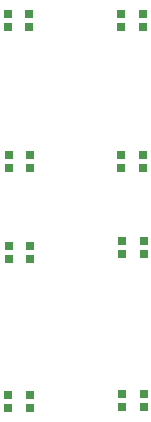
<source format=gbr>
%TF.GenerationSoftware,KiCad,Pcbnew,8.99.0-2641-g1a24c99a2a*%
%TF.CreationDate,2024-10-13T14:08:58+07:00*%
%TF.ProjectId,think65v3,7468696e-6b36-4357-9633-2e6b69636164,rev?*%
%TF.SameCoordinates,Original*%
%TF.FileFunction,Paste,Top*%
%TF.FilePolarity,Positive*%
%FSLAX46Y46*%
G04 Gerber Fmt 4.6, Leading zero omitted, Abs format (unit mm)*
G04 Created by KiCad (PCBNEW 8.99.0-2641-g1a24c99a2a) date 2024-10-13 14:08:58*
%MOMM*%
%LPD*%
G01*
G04 APERTURE LIST*
%ADD10R,0.700000X0.700000*%
G04 APERTURE END LIST*
D10*
%TO.C,Drgb1*%
X258583907Y-73384682D03*
X258583907Y-74484682D03*
X260413907Y-74484682D03*
X260413907Y-73384682D03*
%TD*%
%TO.C,rgb6*%
X260393907Y-61484682D03*
X260393907Y-60384682D03*
X258563907Y-60384682D03*
X258563907Y-61484682D03*
%TD*%
%TO.C,Drgb2*%
X248943907Y-73424682D03*
X248943907Y-74524682D03*
X250773907Y-74524682D03*
X250773907Y-73424682D03*
%TD*%
%TO.C,rgb5*%
X250803907Y-61944682D03*
X250803907Y-60844682D03*
X248973907Y-60844682D03*
X248973907Y-61944682D03*
%TD*%
%TO.C,rgb4*%
X248963907Y-53094682D03*
X248963907Y-54194682D03*
X250793907Y-54194682D03*
X250793907Y-53094682D03*
%TD*%
%TO.C,rgb3*%
X258513907Y-53114682D03*
X258513907Y-54214682D03*
X260343907Y-54214682D03*
X260343907Y-53114682D03*
%TD*%
%TO.C,rgb1*%
X250723907Y-42284682D03*
X250723907Y-41184682D03*
X248893907Y-41184682D03*
X248893907Y-42284682D03*
%TD*%
%TO.C,rgb2*%
X260303907Y-42284682D03*
X260303907Y-41184682D03*
X258473907Y-41184682D03*
X258473907Y-42284682D03*
%TD*%
M02*

</source>
